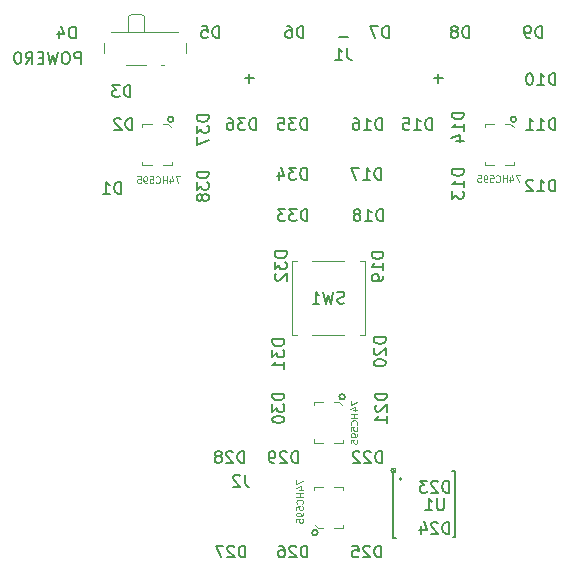
<source format=gbr>
G04 #@! TF.GenerationSoftware,KiCad,Pcbnew,(5.0.0)*
G04 #@! TF.CreationDate,2019-08-28T15:04:53-04:00*
G04 #@! TF.ProjectId,Tiny-er T,54696E792D657220542E6B696361645F,rev?*
G04 #@! TF.SameCoordinates,Original*
G04 #@! TF.FileFunction,Legend,Bot*
G04 #@! TF.FilePolarity,Positive*
%FSLAX46Y46*%
G04 Gerber Fmt 4.6, Leading zero omitted, Abs format (unit mm)*
G04 Created by KiCad (PCBNEW (5.0.0)) date 08/28/19 15:04:53*
%MOMM*%
%LPD*%
G01*
G04 APERTURE LIST*
%ADD10C,0.150000*%
%ADD11C,0.100000*%
%ADD12C,0.120000*%
%ADD13C,0.127000*%
%ADD14C,0.050000*%
G04 APERTURE END LIST*
D10*
G04 #@! TO.C,U1*
X120695000Y-115125000D02*
X120695000Y-120700000D01*
X115495000Y-115100000D02*
X115495000Y-120800000D01*
X120695000Y-115100000D02*
X120495000Y-115100000D01*
X120670000Y-120700000D02*
X120525000Y-120700000D01*
X115495000Y-120800000D02*
X115695000Y-120800000D01*
X115495000Y-115100000D02*
X115595000Y-115100000D01*
D11*
X116236421Y-115800000D02*
G75*
G03X116236421Y-115800000I-141421J0D01*
G01*
X115636421Y-115100000D02*
G75*
G03X115636421Y-115100000I-141421J0D01*
G01*
X115718607Y-115100000D02*
G75*
G03X115718607Y-115100000I-223607J0D01*
G01*
D12*
G04 #@! TO.C,SW1*
X107350000Y-103650000D02*
X106900000Y-103650000D01*
X106900000Y-103650000D02*
X106900000Y-97350000D01*
X106900000Y-97350000D02*
X107300000Y-97350000D01*
X108650000Y-103650000D02*
X111350000Y-103650000D01*
X111350000Y-97350000D02*
X108650000Y-97350000D01*
X113100000Y-103650000D02*
X113100000Y-97350000D01*
X113100000Y-97350000D02*
X112650000Y-97350000D01*
X112650000Y-103650000D02*
X113100000Y-103650000D01*
D11*
G04 #@! TO.C,U3*
X125400000Y-85750000D02*
X125675000Y-86025000D01*
X124975000Y-85750000D02*
X125400000Y-85750000D01*
X124050000Y-85750000D02*
X124025000Y-85750000D01*
X123250000Y-85750000D02*
X124050000Y-85750000D01*
X123250000Y-86025000D02*
X123250000Y-85750000D01*
X123250000Y-89250000D02*
X123250000Y-88950000D01*
X124025000Y-89250000D02*
X123250000Y-89250000D01*
X125750000Y-89250000D02*
X124975000Y-89250000D01*
X125750000Y-88975000D02*
X125750000Y-89250000D01*
D13*
X125885850Y-85350000D02*
G75*
G03X125885850Y-85350000I-235850J0D01*
G01*
D11*
G04 #@! TO.C,U4*
X110900000Y-109250000D02*
X111175000Y-109525000D01*
X110475000Y-109250000D02*
X110900000Y-109250000D01*
X109550000Y-109250000D02*
X109525000Y-109250000D01*
X108750000Y-109250000D02*
X109550000Y-109250000D01*
X108750000Y-109525000D02*
X108750000Y-109250000D01*
X108750000Y-112750000D02*
X108750000Y-112450000D01*
X109525000Y-112750000D02*
X108750000Y-112750000D01*
X111250000Y-112750000D02*
X110475000Y-112750000D01*
X111250000Y-112475000D02*
X111250000Y-112750000D01*
D13*
X111385850Y-108850000D02*
G75*
G03X111385850Y-108850000I-235850J0D01*
G01*
D11*
G04 #@! TO.C,U5*
X109100000Y-119950000D02*
X108825000Y-119675000D01*
X109525000Y-119950000D02*
X109100000Y-119950000D01*
X110450000Y-119950000D02*
X110475000Y-119950000D01*
X111250000Y-119950000D02*
X110450000Y-119950000D01*
X111250000Y-119675000D02*
X111250000Y-119950000D01*
X111250000Y-116450000D02*
X111250000Y-116750000D01*
X110475000Y-116450000D02*
X111250000Y-116450000D01*
X108750000Y-116450000D02*
X109525000Y-116450000D01*
X108750000Y-116725000D02*
X108750000Y-116450000D01*
D13*
X109085850Y-120350000D02*
G75*
G03X109085850Y-120350000I-235850J0D01*
G01*
D11*
G04 #@! TO.C,U6*
X96400000Y-85750000D02*
X96675000Y-86025000D01*
X95975000Y-85750000D02*
X96400000Y-85750000D01*
X95050000Y-85750000D02*
X95025000Y-85750000D01*
X94250000Y-85750000D02*
X95050000Y-85750000D01*
X94250000Y-86025000D02*
X94250000Y-85750000D01*
X94250000Y-89250000D02*
X94250000Y-88950000D01*
X95025000Y-89250000D02*
X94250000Y-89250000D01*
X96750000Y-89250000D02*
X95975000Y-89250000D01*
X96750000Y-88975000D02*
X96750000Y-89250000D01*
D13*
X96885850Y-85350000D02*
G75*
G03X96885850Y-85350000I-235850J0D01*
G01*
D12*
G04 #@! TO.C,POWER0*
X97900000Y-78930000D02*
X97900000Y-79720000D01*
X91000000Y-79720000D02*
X91000000Y-78930000D01*
X92850000Y-80770000D02*
X94550000Y-80770000D01*
X91600000Y-77920000D02*
X97300000Y-77920000D01*
X94350000Y-76630000D02*
X94350000Y-77920000D01*
X93250000Y-76420000D02*
X94150000Y-76420000D01*
X93050000Y-77920000D02*
X93050000Y-76630000D01*
X94350000Y-76630000D02*
X94150000Y-76420000D01*
X93050000Y-76630000D02*
X93250000Y-76420000D01*
X95850000Y-80770000D02*
X96050000Y-80770000D01*
G04 #@! TO.C,D1*
D10*
X92438095Y-91652380D02*
X92438095Y-90652380D01*
X92200000Y-90652380D01*
X92057142Y-90700000D01*
X91961904Y-90795238D01*
X91914285Y-90890476D01*
X91866666Y-91080952D01*
X91866666Y-91223809D01*
X91914285Y-91414285D01*
X91961904Y-91509523D01*
X92057142Y-91604761D01*
X92200000Y-91652380D01*
X92438095Y-91652380D01*
X90914285Y-91652380D02*
X91485714Y-91652380D01*
X91200000Y-91652380D02*
X91200000Y-90652380D01*
X91295238Y-90795238D01*
X91390476Y-90890476D01*
X91485714Y-90938095D01*
G04 #@! TO.C,D2*
X93388095Y-86252380D02*
X93388095Y-85252380D01*
X93150000Y-85252380D01*
X93007142Y-85300000D01*
X92911904Y-85395238D01*
X92864285Y-85490476D01*
X92816666Y-85680952D01*
X92816666Y-85823809D01*
X92864285Y-86014285D01*
X92911904Y-86109523D01*
X93007142Y-86204761D01*
X93150000Y-86252380D01*
X93388095Y-86252380D01*
X92435714Y-85347619D02*
X92388095Y-85300000D01*
X92292857Y-85252380D01*
X92054761Y-85252380D01*
X91959523Y-85300000D01*
X91911904Y-85347619D01*
X91864285Y-85442857D01*
X91864285Y-85538095D01*
X91911904Y-85680952D01*
X92483333Y-86252380D01*
X91864285Y-86252380D01*
G04 #@! TO.C,D3*
X93238095Y-83452380D02*
X93238095Y-82452380D01*
X93000000Y-82452380D01*
X92857142Y-82500000D01*
X92761904Y-82595238D01*
X92714285Y-82690476D01*
X92666666Y-82880952D01*
X92666666Y-83023809D01*
X92714285Y-83214285D01*
X92761904Y-83309523D01*
X92857142Y-83404761D01*
X93000000Y-83452380D01*
X93238095Y-83452380D01*
X92333333Y-82452380D02*
X91714285Y-82452380D01*
X92047619Y-82833333D01*
X91904761Y-82833333D01*
X91809523Y-82880952D01*
X91761904Y-82928571D01*
X91714285Y-83023809D01*
X91714285Y-83261904D01*
X91761904Y-83357142D01*
X91809523Y-83404761D01*
X91904761Y-83452380D01*
X92190476Y-83452380D01*
X92285714Y-83404761D01*
X92333333Y-83357142D01*
G04 #@! TO.C,D4*
X88588095Y-78502380D02*
X88588095Y-77502380D01*
X88350000Y-77502380D01*
X88207142Y-77550000D01*
X88111904Y-77645238D01*
X88064285Y-77740476D01*
X88016666Y-77930952D01*
X88016666Y-78073809D01*
X88064285Y-78264285D01*
X88111904Y-78359523D01*
X88207142Y-78454761D01*
X88350000Y-78502380D01*
X88588095Y-78502380D01*
X87159523Y-77835714D02*
X87159523Y-78502380D01*
X87397619Y-77454761D02*
X87635714Y-78169047D01*
X87016666Y-78169047D01*
G04 #@! TO.C,D5*
X100738095Y-78452380D02*
X100738095Y-77452380D01*
X100500000Y-77452380D01*
X100357142Y-77500000D01*
X100261904Y-77595238D01*
X100214285Y-77690476D01*
X100166666Y-77880952D01*
X100166666Y-78023809D01*
X100214285Y-78214285D01*
X100261904Y-78309523D01*
X100357142Y-78404761D01*
X100500000Y-78452380D01*
X100738095Y-78452380D01*
X99261904Y-77452380D02*
X99738095Y-77452380D01*
X99785714Y-77928571D01*
X99738095Y-77880952D01*
X99642857Y-77833333D01*
X99404761Y-77833333D01*
X99309523Y-77880952D01*
X99261904Y-77928571D01*
X99214285Y-78023809D01*
X99214285Y-78261904D01*
X99261904Y-78357142D01*
X99309523Y-78404761D01*
X99404761Y-78452380D01*
X99642857Y-78452380D01*
X99738095Y-78404761D01*
X99785714Y-78357142D01*
G04 #@! TO.C,D6*
X107888095Y-78452380D02*
X107888095Y-77452380D01*
X107650000Y-77452380D01*
X107507142Y-77500000D01*
X107411904Y-77595238D01*
X107364285Y-77690476D01*
X107316666Y-77880952D01*
X107316666Y-78023809D01*
X107364285Y-78214285D01*
X107411904Y-78309523D01*
X107507142Y-78404761D01*
X107650000Y-78452380D01*
X107888095Y-78452380D01*
X106459523Y-77452380D02*
X106650000Y-77452380D01*
X106745238Y-77500000D01*
X106792857Y-77547619D01*
X106888095Y-77690476D01*
X106935714Y-77880952D01*
X106935714Y-78261904D01*
X106888095Y-78357142D01*
X106840476Y-78404761D01*
X106745238Y-78452380D01*
X106554761Y-78452380D01*
X106459523Y-78404761D01*
X106411904Y-78357142D01*
X106364285Y-78261904D01*
X106364285Y-78023809D01*
X106411904Y-77928571D01*
X106459523Y-77880952D01*
X106554761Y-77833333D01*
X106745238Y-77833333D01*
X106840476Y-77880952D01*
X106888095Y-77928571D01*
X106935714Y-78023809D01*
G04 #@! TO.C,D7*
X115088095Y-78452380D02*
X115088095Y-77452380D01*
X114850000Y-77452380D01*
X114707142Y-77500000D01*
X114611904Y-77595238D01*
X114564285Y-77690476D01*
X114516666Y-77880952D01*
X114516666Y-78023809D01*
X114564285Y-78214285D01*
X114611904Y-78309523D01*
X114707142Y-78404761D01*
X114850000Y-78452380D01*
X115088095Y-78452380D01*
X114183333Y-77452380D02*
X113516666Y-77452380D01*
X113945238Y-78452380D01*
G04 #@! TO.C,D8*
X121888095Y-78452380D02*
X121888095Y-77452380D01*
X121650000Y-77452380D01*
X121507142Y-77500000D01*
X121411904Y-77595238D01*
X121364285Y-77690476D01*
X121316666Y-77880952D01*
X121316666Y-78023809D01*
X121364285Y-78214285D01*
X121411904Y-78309523D01*
X121507142Y-78404761D01*
X121650000Y-78452380D01*
X121888095Y-78452380D01*
X120745238Y-77880952D02*
X120840476Y-77833333D01*
X120888095Y-77785714D01*
X120935714Y-77690476D01*
X120935714Y-77642857D01*
X120888095Y-77547619D01*
X120840476Y-77500000D01*
X120745238Y-77452380D01*
X120554761Y-77452380D01*
X120459523Y-77500000D01*
X120411904Y-77547619D01*
X120364285Y-77642857D01*
X120364285Y-77690476D01*
X120411904Y-77785714D01*
X120459523Y-77833333D01*
X120554761Y-77880952D01*
X120745238Y-77880952D01*
X120840476Y-77928571D01*
X120888095Y-77976190D01*
X120935714Y-78071428D01*
X120935714Y-78261904D01*
X120888095Y-78357142D01*
X120840476Y-78404761D01*
X120745238Y-78452380D01*
X120554761Y-78452380D01*
X120459523Y-78404761D01*
X120411904Y-78357142D01*
X120364285Y-78261904D01*
X120364285Y-78071428D01*
X120411904Y-77976190D01*
X120459523Y-77928571D01*
X120554761Y-77880952D01*
G04 #@! TO.C,D9*
X128088095Y-78452380D02*
X128088095Y-77452380D01*
X127850000Y-77452380D01*
X127707142Y-77500000D01*
X127611904Y-77595238D01*
X127564285Y-77690476D01*
X127516666Y-77880952D01*
X127516666Y-78023809D01*
X127564285Y-78214285D01*
X127611904Y-78309523D01*
X127707142Y-78404761D01*
X127850000Y-78452380D01*
X128088095Y-78452380D01*
X127040476Y-78452380D02*
X126850000Y-78452380D01*
X126754761Y-78404761D01*
X126707142Y-78357142D01*
X126611904Y-78214285D01*
X126564285Y-78023809D01*
X126564285Y-77642857D01*
X126611904Y-77547619D01*
X126659523Y-77500000D01*
X126754761Y-77452380D01*
X126945238Y-77452380D01*
X127040476Y-77500000D01*
X127088095Y-77547619D01*
X127135714Y-77642857D01*
X127135714Y-77880952D01*
X127088095Y-77976190D01*
X127040476Y-78023809D01*
X126945238Y-78071428D01*
X126754761Y-78071428D01*
X126659523Y-78023809D01*
X126611904Y-77976190D01*
X126564285Y-77880952D01*
G04 #@! TO.C,D10*
X129214285Y-82452380D02*
X129214285Y-81452380D01*
X128976190Y-81452380D01*
X128833333Y-81500000D01*
X128738095Y-81595238D01*
X128690476Y-81690476D01*
X128642857Y-81880952D01*
X128642857Y-82023809D01*
X128690476Y-82214285D01*
X128738095Y-82309523D01*
X128833333Y-82404761D01*
X128976190Y-82452380D01*
X129214285Y-82452380D01*
X127690476Y-82452380D02*
X128261904Y-82452380D01*
X127976190Y-82452380D02*
X127976190Y-81452380D01*
X128071428Y-81595238D01*
X128166666Y-81690476D01*
X128261904Y-81738095D01*
X127071428Y-81452380D02*
X126976190Y-81452380D01*
X126880952Y-81500000D01*
X126833333Y-81547619D01*
X126785714Y-81642857D01*
X126738095Y-81833333D01*
X126738095Y-82071428D01*
X126785714Y-82261904D01*
X126833333Y-82357142D01*
X126880952Y-82404761D01*
X126976190Y-82452380D01*
X127071428Y-82452380D01*
X127166666Y-82404761D01*
X127214285Y-82357142D01*
X127261904Y-82261904D01*
X127309523Y-82071428D01*
X127309523Y-81833333D01*
X127261904Y-81642857D01*
X127214285Y-81547619D01*
X127166666Y-81500000D01*
X127071428Y-81452380D01*
G04 #@! TO.C,D11*
X129214285Y-86252380D02*
X129214285Y-85252380D01*
X128976190Y-85252380D01*
X128833333Y-85300000D01*
X128738095Y-85395238D01*
X128690476Y-85490476D01*
X128642857Y-85680952D01*
X128642857Y-85823809D01*
X128690476Y-86014285D01*
X128738095Y-86109523D01*
X128833333Y-86204761D01*
X128976190Y-86252380D01*
X129214285Y-86252380D01*
X127690476Y-86252380D02*
X128261904Y-86252380D01*
X127976190Y-86252380D02*
X127976190Y-85252380D01*
X128071428Y-85395238D01*
X128166666Y-85490476D01*
X128261904Y-85538095D01*
X126738095Y-86252380D02*
X127309523Y-86252380D01*
X127023809Y-86252380D02*
X127023809Y-85252380D01*
X127119047Y-85395238D01*
X127214285Y-85490476D01*
X127309523Y-85538095D01*
G04 #@! TO.C,D12*
X129214285Y-91452380D02*
X129214285Y-90452380D01*
X128976190Y-90452380D01*
X128833333Y-90500000D01*
X128738095Y-90595238D01*
X128690476Y-90690476D01*
X128642857Y-90880952D01*
X128642857Y-91023809D01*
X128690476Y-91214285D01*
X128738095Y-91309523D01*
X128833333Y-91404761D01*
X128976190Y-91452380D01*
X129214285Y-91452380D01*
X127690476Y-91452380D02*
X128261904Y-91452380D01*
X127976190Y-91452380D02*
X127976190Y-90452380D01*
X128071428Y-90595238D01*
X128166666Y-90690476D01*
X128261904Y-90738095D01*
X127309523Y-90547619D02*
X127261904Y-90500000D01*
X127166666Y-90452380D01*
X126928571Y-90452380D01*
X126833333Y-90500000D01*
X126785714Y-90547619D01*
X126738095Y-90642857D01*
X126738095Y-90738095D01*
X126785714Y-90880952D01*
X127357142Y-91452380D01*
X126738095Y-91452380D01*
G04 #@! TO.C,D13*
X121452380Y-89585714D02*
X120452380Y-89585714D01*
X120452380Y-89823809D01*
X120500000Y-89966666D01*
X120595238Y-90061904D01*
X120690476Y-90109523D01*
X120880952Y-90157142D01*
X121023809Y-90157142D01*
X121214285Y-90109523D01*
X121309523Y-90061904D01*
X121404761Y-89966666D01*
X121452380Y-89823809D01*
X121452380Y-89585714D01*
X121452380Y-91109523D02*
X121452380Y-90538095D01*
X121452380Y-90823809D02*
X120452380Y-90823809D01*
X120595238Y-90728571D01*
X120690476Y-90633333D01*
X120738095Y-90538095D01*
X120452380Y-91442857D02*
X120452380Y-92061904D01*
X120833333Y-91728571D01*
X120833333Y-91871428D01*
X120880952Y-91966666D01*
X120928571Y-92014285D01*
X121023809Y-92061904D01*
X121261904Y-92061904D01*
X121357142Y-92014285D01*
X121404761Y-91966666D01*
X121452380Y-91871428D01*
X121452380Y-91585714D01*
X121404761Y-91490476D01*
X121357142Y-91442857D01*
G04 #@! TO.C,D14*
X121452380Y-84785714D02*
X120452380Y-84785714D01*
X120452380Y-85023809D01*
X120500000Y-85166666D01*
X120595238Y-85261904D01*
X120690476Y-85309523D01*
X120880952Y-85357142D01*
X121023809Y-85357142D01*
X121214285Y-85309523D01*
X121309523Y-85261904D01*
X121404761Y-85166666D01*
X121452380Y-85023809D01*
X121452380Y-84785714D01*
X121452380Y-86309523D02*
X121452380Y-85738095D01*
X121452380Y-86023809D02*
X120452380Y-86023809D01*
X120595238Y-85928571D01*
X120690476Y-85833333D01*
X120738095Y-85738095D01*
X120785714Y-87166666D02*
X121452380Y-87166666D01*
X120404761Y-86928571D02*
X121119047Y-86690476D01*
X121119047Y-87309523D01*
G04 #@! TO.C,D15*
X118764285Y-86252380D02*
X118764285Y-85252380D01*
X118526190Y-85252380D01*
X118383333Y-85300000D01*
X118288095Y-85395238D01*
X118240476Y-85490476D01*
X118192857Y-85680952D01*
X118192857Y-85823809D01*
X118240476Y-86014285D01*
X118288095Y-86109523D01*
X118383333Y-86204761D01*
X118526190Y-86252380D01*
X118764285Y-86252380D01*
X117240476Y-86252380D02*
X117811904Y-86252380D01*
X117526190Y-86252380D02*
X117526190Y-85252380D01*
X117621428Y-85395238D01*
X117716666Y-85490476D01*
X117811904Y-85538095D01*
X116335714Y-85252380D02*
X116811904Y-85252380D01*
X116859523Y-85728571D01*
X116811904Y-85680952D01*
X116716666Y-85633333D01*
X116478571Y-85633333D01*
X116383333Y-85680952D01*
X116335714Y-85728571D01*
X116288095Y-85823809D01*
X116288095Y-86061904D01*
X116335714Y-86157142D01*
X116383333Y-86204761D01*
X116478571Y-86252380D01*
X116716666Y-86252380D01*
X116811904Y-86204761D01*
X116859523Y-86157142D01*
G04 #@! TO.C,D16*
X114514285Y-86252380D02*
X114514285Y-85252380D01*
X114276190Y-85252380D01*
X114133333Y-85300000D01*
X114038095Y-85395238D01*
X113990476Y-85490476D01*
X113942857Y-85680952D01*
X113942857Y-85823809D01*
X113990476Y-86014285D01*
X114038095Y-86109523D01*
X114133333Y-86204761D01*
X114276190Y-86252380D01*
X114514285Y-86252380D01*
X112990476Y-86252380D02*
X113561904Y-86252380D01*
X113276190Y-86252380D02*
X113276190Y-85252380D01*
X113371428Y-85395238D01*
X113466666Y-85490476D01*
X113561904Y-85538095D01*
X112133333Y-85252380D02*
X112323809Y-85252380D01*
X112419047Y-85300000D01*
X112466666Y-85347619D01*
X112561904Y-85490476D01*
X112609523Y-85680952D01*
X112609523Y-86061904D01*
X112561904Y-86157142D01*
X112514285Y-86204761D01*
X112419047Y-86252380D01*
X112228571Y-86252380D01*
X112133333Y-86204761D01*
X112085714Y-86157142D01*
X112038095Y-86061904D01*
X112038095Y-85823809D01*
X112085714Y-85728571D01*
X112133333Y-85680952D01*
X112228571Y-85633333D01*
X112419047Y-85633333D01*
X112514285Y-85680952D01*
X112561904Y-85728571D01*
X112609523Y-85823809D01*
G04 #@! TO.C,D17*
X114464285Y-90452380D02*
X114464285Y-89452380D01*
X114226190Y-89452380D01*
X114083333Y-89500000D01*
X113988095Y-89595238D01*
X113940476Y-89690476D01*
X113892857Y-89880952D01*
X113892857Y-90023809D01*
X113940476Y-90214285D01*
X113988095Y-90309523D01*
X114083333Y-90404761D01*
X114226190Y-90452380D01*
X114464285Y-90452380D01*
X112940476Y-90452380D02*
X113511904Y-90452380D01*
X113226190Y-90452380D02*
X113226190Y-89452380D01*
X113321428Y-89595238D01*
X113416666Y-89690476D01*
X113511904Y-89738095D01*
X112607142Y-89452380D02*
X111940476Y-89452380D01*
X112369047Y-90452380D01*
G04 #@! TO.C,D18*
X114614285Y-93952380D02*
X114614285Y-92952380D01*
X114376190Y-92952380D01*
X114233333Y-93000000D01*
X114138095Y-93095238D01*
X114090476Y-93190476D01*
X114042857Y-93380952D01*
X114042857Y-93523809D01*
X114090476Y-93714285D01*
X114138095Y-93809523D01*
X114233333Y-93904761D01*
X114376190Y-93952380D01*
X114614285Y-93952380D01*
X113090476Y-93952380D02*
X113661904Y-93952380D01*
X113376190Y-93952380D02*
X113376190Y-92952380D01*
X113471428Y-93095238D01*
X113566666Y-93190476D01*
X113661904Y-93238095D01*
X112519047Y-93380952D02*
X112614285Y-93333333D01*
X112661904Y-93285714D01*
X112709523Y-93190476D01*
X112709523Y-93142857D01*
X112661904Y-93047619D01*
X112614285Y-93000000D01*
X112519047Y-92952380D01*
X112328571Y-92952380D01*
X112233333Y-93000000D01*
X112185714Y-93047619D01*
X112138095Y-93142857D01*
X112138095Y-93190476D01*
X112185714Y-93285714D01*
X112233333Y-93333333D01*
X112328571Y-93380952D01*
X112519047Y-93380952D01*
X112614285Y-93428571D01*
X112661904Y-93476190D01*
X112709523Y-93571428D01*
X112709523Y-93761904D01*
X112661904Y-93857142D01*
X112614285Y-93904761D01*
X112519047Y-93952380D01*
X112328571Y-93952380D01*
X112233333Y-93904761D01*
X112185714Y-93857142D01*
X112138095Y-93761904D01*
X112138095Y-93571428D01*
X112185714Y-93476190D01*
X112233333Y-93428571D01*
X112328571Y-93380952D01*
G04 #@! TO.C,D19*
X114652380Y-96585714D02*
X113652380Y-96585714D01*
X113652380Y-96823809D01*
X113700000Y-96966666D01*
X113795238Y-97061904D01*
X113890476Y-97109523D01*
X114080952Y-97157142D01*
X114223809Y-97157142D01*
X114414285Y-97109523D01*
X114509523Y-97061904D01*
X114604761Y-96966666D01*
X114652380Y-96823809D01*
X114652380Y-96585714D01*
X114652380Y-98109523D02*
X114652380Y-97538095D01*
X114652380Y-97823809D02*
X113652380Y-97823809D01*
X113795238Y-97728571D01*
X113890476Y-97633333D01*
X113938095Y-97538095D01*
X114652380Y-98585714D02*
X114652380Y-98776190D01*
X114604761Y-98871428D01*
X114557142Y-98919047D01*
X114414285Y-99014285D01*
X114223809Y-99061904D01*
X113842857Y-99061904D01*
X113747619Y-99014285D01*
X113700000Y-98966666D01*
X113652380Y-98871428D01*
X113652380Y-98680952D01*
X113700000Y-98585714D01*
X113747619Y-98538095D01*
X113842857Y-98490476D01*
X114080952Y-98490476D01*
X114176190Y-98538095D01*
X114223809Y-98585714D01*
X114271428Y-98680952D01*
X114271428Y-98871428D01*
X114223809Y-98966666D01*
X114176190Y-99014285D01*
X114080952Y-99061904D01*
G04 #@! TO.C,D20*
X114852380Y-103785714D02*
X113852380Y-103785714D01*
X113852380Y-104023809D01*
X113900000Y-104166666D01*
X113995238Y-104261904D01*
X114090476Y-104309523D01*
X114280952Y-104357142D01*
X114423809Y-104357142D01*
X114614285Y-104309523D01*
X114709523Y-104261904D01*
X114804761Y-104166666D01*
X114852380Y-104023809D01*
X114852380Y-103785714D01*
X113947619Y-104738095D02*
X113900000Y-104785714D01*
X113852380Y-104880952D01*
X113852380Y-105119047D01*
X113900000Y-105214285D01*
X113947619Y-105261904D01*
X114042857Y-105309523D01*
X114138095Y-105309523D01*
X114280952Y-105261904D01*
X114852380Y-104690476D01*
X114852380Y-105309523D01*
X113852380Y-105928571D02*
X113852380Y-106023809D01*
X113900000Y-106119047D01*
X113947619Y-106166666D01*
X114042857Y-106214285D01*
X114233333Y-106261904D01*
X114471428Y-106261904D01*
X114661904Y-106214285D01*
X114757142Y-106166666D01*
X114804761Y-106119047D01*
X114852380Y-106023809D01*
X114852380Y-105928571D01*
X114804761Y-105833333D01*
X114757142Y-105785714D01*
X114661904Y-105738095D01*
X114471428Y-105690476D01*
X114233333Y-105690476D01*
X114042857Y-105738095D01*
X113947619Y-105785714D01*
X113900000Y-105833333D01*
X113852380Y-105928571D01*
G04 #@! TO.C,D21*
X114952380Y-108585714D02*
X113952380Y-108585714D01*
X113952380Y-108823809D01*
X114000000Y-108966666D01*
X114095238Y-109061904D01*
X114190476Y-109109523D01*
X114380952Y-109157142D01*
X114523809Y-109157142D01*
X114714285Y-109109523D01*
X114809523Y-109061904D01*
X114904761Y-108966666D01*
X114952380Y-108823809D01*
X114952380Y-108585714D01*
X114047619Y-109538095D02*
X114000000Y-109585714D01*
X113952380Y-109680952D01*
X113952380Y-109919047D01*
X114000000Y-110014285D01*
X114047619Y-110061904D01*
X114142857Y-110109523D01*
X114238095Y-110109523D01*
X114380952Y-110061904D01*
X114952380Y-109490476D01*
X114952380Y-110109523D01*
X114952380Y-111061904D02*
X114952380Y-110490476D01*
X114952380Y-110776190D02*
X113952380Y-110776190D01*
X114095238Y-110680952D01*
X114190476Y-110585714D01*
X114238095Y-110490476D01*
G04 #@! TO.C,D22*
X114514285Y-114452380D02*
X114514285Y-113452380D01*
X114276190Y-113452380D01*
X114133333Y-113500000D01*
X114038095Y-113595238D01*
X113990476Y-113690476D01*
X113942857Y-113880952D01*
X113942857Y-114023809D01*
X113990476Y-114214285D01*
X114038095Y-114309523D01*
X114133333Y-114404761D01*
X114276190Y-114452380D01*
X114514285Y-114452380D01*
X113561904Y-113547619D02*
X113514285Y-113500000D01*
X113419047Y-113452380D01*
X113180952Y-113452380D01*
X113085714Y-113500000D01*
X113038095Y-113547619D01*
X112990476Y-113642857D01*
X112990476Y-113738095D01*
X113038095Y-113880952D01*
X113609523Y-114452380D01*
X112990476Y-114452380D01*
X112609523Y-113547619D02*
X112561904Y-113500000D01*
X112466666Y-113452380D01*
X112228571Y-113452380D01*
X112133333Y-113500000D01*
X112085714Y-113547619D01*
X112038095Y-113642857D01*
X112038095Y-113738095D01*
X112085714Y-113880952D01*
X112657142Y-114452380D01*
X112038095Y-114452380D01*
G04 #@! TO.C,D23*
X120214285Y-116952380D02*
X120214285Y-115952380D01*
X119976190Y-115952380D01*
X119833333Y-116000000D01*
X119738095Y-116095238D01*
X119690476Y-116190476D01*
X119642857Y-116380952D01*
X119642857Y-116523809D01*
X119690476Y-116714285D01*
X119738095Y-116809523D01*
X119833333Y-116904761D01*
X119976190Y-116952380D01*
X120214285Y-116952380D01*
X119261904Y-116047619D02*
X119214285Y-116000000D01*
X119119047Y-115952380D01*
X118880952Y-115952380D01*
X118785714Y-116000000D01*
X118738095Y-116047619D01*
X118690476Y-116142857D01*
X118690476Y-116238095D01*
X118738095Y-116380952D01*
X119309523Y-116952380D01*
X118690476Y-116952380D01*
X118357142Y-115952380D02*
X117738095Y-115952380D01*
X118071428Y-116333333D01*
X117928571Y-116333333D01*
X117833333Y-116380952D01*
X117785714Y-116428571D01*
X117738095Y-116523809D01*
X117738095Y-116761904D01*
X117785714Y-116857142D01*
X117833333Y-116904761D01*
X117928571Y-116952380D01*
X118214285Y-116952380D01*
X118309523Y-116904761D01*
X118357142Y-116857142D01*
G04 #@! TO.C,D24*
X120214285Y-120452380D02*
X120214285Y-119452380D01*
X119976190Y-119452380D01*
X119833333Y-119500000D01*
X119738095Y-119595238D01*
X119690476Y-119690476D01*
X119642857Y-119880952D01*
X119642857Y-120023809D01*
X119690476Y-120214285D01*
X119738095Y-120309523D01*
X119833333Y-120404761D01*
X119976190Y-120452380D01*
X120214285Y-120452380D01*
X119261904Y-119547619D02*
X119214285Y-119500000D01*
X119119047Y-119452380D01*
X118880952Y-119452380D01*
X118785714Y-119500000D01*
X118738095Y-119547619D01*
X118690476Y-119642857D01*
X118690476Y-119738095D01*
X118738095Y-119880952D01*
X119309523Y-120452380D01*
X118690476Y-120452380D01*
X117833333Y-119785714D02*
X117833333Y-120452380D01*
X118071428Y-119404761D02*
X118309523Y-120119047D01*
X117690476Y-120119047D01*
G04 #@! TO.C,U1*
X119761904Y-117452380D02*
X119761904Y-118261904D01*
X119714285Y-118357142D01*
X119666666Y-118404761D01*
X119571428Y-118452380D01*
X119380952Y-118452380D01*
X119285714Y-118404761D01*
X119238095Y-118357142D01*
X119190476Y-118261904D01*
X119190476Y-117452380D01*
X118190476Y-118452380D02*
X118761904Y-118452380D01*
X118476190Y-118452380D02*
X118476190Y-117452380D01*
X118571428Y-117595238D01*
X118666666Y-117690476D01*
X118761904Y-117738095D01*
G04 #@! TO.C,SW1*
X111333333Y-100904761D02*
X111190476Y-100952380D01*
X110952380Y-100952380D01*
X110857142Y-100904761D01*
X110809523Y-100857142D01*
X110761904Y-100761904D01*
X110761904Y-100666666D01*
X110809523Y-100571428D01*
X110857142Y-100523809D01*
X110952380Y-100476190D01*
X111142857Y-100428571D01*
X111238095Y-100380952D01*
X111285714Y-100333333D01*
X111333333Y-100238095D01*
X111333333Y-100142857D01*
X111285714Y-100047619D01*
X111238095Y-100000000D01*
X111142857Y-99952380D01*
X110904761Y-99952380D01*
X110761904Y-100000000D01*
X110428571Y-99952380D02*
X110190476Y-100952380D01*
X110000000Y-100238095D01*
X109809523Y-100952380D01*
X109571428Y-99952380D01*
X108666666Y-100952380D02*
X109238095Y-100952380D01*
X108952380Y-100952380D02*
X108952380Y-99952380D01*
X109047619Y-100095238D01*
X109142857Y-100190476D01*
X109238095Y-100238095D01*
G04 #@! TO.C,D25*
X114464285Y-122452380D02*
X114464285Y-121452380D01*
X114226190Y-121452380D01*
X114083333Y-121500000D01*
X113988095Y-121595238D01*
X113940476Y-121690476D01*
X113892857Y-121880952D01*
X113892857Y-122023809D01*
X113940476Y-122214285D01*
X113988095Y-122309523D01*
X114083333Y-122404761D01*
X114226190Y-122452380D01*
X114464285Y-122452380D01*
X113511904Y-121547619D02*
X113464285Y-121500000D01*
X113369047Y-121452380D01*
X113130952Y-121452380D01*
X113035714Y-121500000D01*
X112988095Y-121547619D01*
X112940476Y-121642857D01*
X112940476Y-121738095D01*
X112988095Y-121880952D01*
X113559523Y-122452380D01*
X112940476Y-122452380D01*
X112035714Y-121452380D02*
X112511904Y-121452380D01*
X112559523Y-121928571D01*
X112511904Y-121880952D01*
X112416666Y-121833333D01*
X112178571Y-121833333D01*
X112083333Y-121880952D01*
X112035714Y-121928571D01*
X111988095Y-122023809D01*
X111988095Y-122261904D01*
X112035714Y-122357142D01*
X112083333Y-122404761D01*
X112178571Y-122452380D01*
X112416666Y-122452380D01*
X112511904Y-122404761D01*
X112559523Y-122357142D01*
G04 #@! TO.C,D26*
X108214285Y-122452380D02*
X108214285Y-121452380D01*
X107976190Y-121452380D01*
X107833333Y-121500000D01*
X107738095Y-121595238D01*
X107690476Y-121690476D01*
X107642857Y-121880952D01*
X107642857Y-122023809D01*
X107690476Y-122214285D01*
X107738095Y-122309523D01*
X107833333Y-122404761D01*
X107976190Y-122452380D01*
X108214285Y-122452380D01*
X107261904Y-121547619D02*
X107214285Y-121500000D01*
X107119047Y-121452380D01*
X106880952Y-121452380D01*
X106785714Y-121500000D01*
X106738095Y-121547619D01*
X106690476Y-121642857D01*
X106690476Y-121738095D01*
X106738095Y-121880952D01*
X107309523Y-122452380D01*
X106690476Y-122452380D01*
X105833333Y-121452380D02*
X106023809Y-121452380D01*
X106119047Y-121500000D01*
X106166666Y-121547619D01*
X106261904Y-121690476D01*
X106309523Y-121880952D01*
X106309523Y-122261904D01*
X106261904Y-122357142D01*
X106214285Y-122404761D01*
X106119047Y-122452380D01*
X105928571Y-122452380D01*
X105833333Y-122404761D01*
X105785714Y-122357142D01*
X105738095Y-122261904D01*
X105738095Y-122023809D01*
X105785714Y-121928571D01*
X105833333Y-121880952D01*
X105928571Y-121833333D01*
X106119047Y-121833333D01*
X106214285Y-121880952D01*
X106261904Y-121928571D01*
X106309523Y-122023809D01*
G04 #@! TO.C,D27*
X102964285Y-122452380D02*
X102964285Y-121452380D01*
X102726190Y-121452380D01*
X102583333Y-121500000D01*
X102488095Y-121595238D01*
X102440476Y-121690476D01*
X102392857Y-121880952D01*
X102392857Y-122023809D01*
X102440476Y-122214285D01*
X102488095Y-122309523D01*
X102583333Y-122404761D01*
X102726190Y-122452380D01*
X102964285Y-122452380D01*
X102011904Y-121547619D02*
X101964285Y-121500000D01*
X101869047Y-121452380D01*
X101630952Y-121452380D01*
X101535714Y-121500000D01*
X101488095Y-121547619D01*
X101440476Y-121642857D01*
X101440476Y-121738095D01*
X101488095Y-121880952D01*
X102059523Y-122452380D01*
X101440476Y-122452380D01*
X101107142Y-121452380D02*
X100440476Y-121452380D01*
X100869047Y-122452380D01*
G04 #@! TO.C,D28*
X102864285Y-114452380D02*
X102864285Y-113452380D01*
X102626190Y-113452380D01*
X102483333Y-113500000D01*
X102388095Y-113595238D01*
X102340476Y-113690476D01*
X102292857Y-113880952D01*
X102292857Y-114023809D01*
X102340476Y-114214285D01*
X102388095Y-114309523D01*
X102483333Y-114404761D01*
X102626190Y-114452380D01*
X102864285Y-114452380D01*
X101911904Y-113547619D02*
X101864285Y-113500000D01*
X101769047Y-113452380D01*
X101530952Y-113452380D01*
X101435714Y-113500000D01*
X101388095Y-113547619D01*
X101340476Y-113642857D01*
X101340476Y-113738095D01*
X101388095Y-113880952D01*
X101959523Y-114452380D01*
X101340476Y-114452380D01*
X100769047Y-113880952D02*
X100864285Y-113833333D01*
X100911904Y-113785714D01*
X100959523Y-113690476D01*
X100959523Y-113642857D01*
X100911904Y-113547619D01*
X100864285Y-113500000D01*
X100769047Y-113452380D01*
X100578571Y-113452380D01*
X100483333Y-113500000D01*
X100435714Y-113547619D01*
X100388095Y-113642857D01*
X100388095Y-113690476D01*
X100435714Y-113785714D01*
X100483333Y-113833333D01*
X100578571Y-113880952D01*
X100769047Y-113880952D01*
X100864285Y-113928571D01*
X100911904Y-113976190D01*
X100959523Y-114071428D01*
X100959523Y-114261904D01*
X100911904Y-114357142D01*
X100864285Y-114404761D01*
X100769047Y-114452380D01*
X100578571Y-114452380D01*
X100483333Y-114404761D01*
X100435714Y-114357142D01*
X100388095Y-114261904D01*
X100388095Y-114071428D01*
X100435714Y-113976190D01*
X100483333Y-113928571D01*
X100578571Y-113880952D01*
G04 #@! TO.C,D29*
X107414285Y-114452380D02*
X107414285Y-113452380D01*
X107176190Y-113452380D01*
X107033333Y-113500000D01*
X106938095Y-113595238D01*
X106890476Y-113690476D01*
X106842857Y-113880952D01*
X106842857Y-114023809D01*
X106890476Y-114214285D01*
X106938095Y-114309523D01*
X107033333Y-114404761D01*
X107176190Y-114452380D01*
X107414285Y-114452380D01*
X106461904Y-113547619D02*
X106414285Y-113500000D01*
X106319047Y-113452380D01*
X106080952Y-113452380D01*
X105985714Y-113500000D01*
X105938095Y-113547619D01*
X105890476Y-113642857D01*
X105890476Y-113738095D01*
X105938095Y-113880952D01*
X106509523Y-114452380D01*
X105890476Y-114452380D01*
X105414285Y-114452380D02*
X105223809Y-114452380D01*
X105128571Y-114404761D01*
X105080952Y-114357142D01*
X104985714Y-114214285D01*
X104938095Y-114023809D01*
X104938095Y-113642857D01*
X104985714Y-113547619D01*
X105033333Y-113500000D01*
X105128571Y-113452380D01*
X105319047Y-113452380D01*
X105414285Y-113500000D01*
X105461904Y-113547619D01*
X105509523Y-113642857D01*
X105509523Y-113880952D01*
X105461904Y-113976190D01*
X105414285Y-114023809D01*
X105319047Y-114071428D01*
X105128571Y-114071428D01*
X105033333Y-114023809D01*
X104985714Y-113976190D01*
X104938095Y-113880952D01*
G04 #@! TO.C,D30*
X106252380Y-108585714D02*
X105252380Y-108585714D01*
X105252380Y-108823809D01*
X105300000Y-108966666D01*
X105395238Y-109061904D01*
X105490476Y-109109523D01*
X105680952Y-109157142D01*
X105823809Y-109157142D01*
X106014285Y-109109523D01*
X106109523Y-109061904D01*
X106204761Y-108966666D01*
X106252380Y-108823809D01*
X106252380Y-108585714D01*
X105252380Y-109490476D02*
X105252380Y-110109523D01*
X105633333Y-109776190D01*
X105633333Y-109919047D01*
X105680952Y-110014285D01*
X105728571Y-110061904D01*
X105823809Y-110109523D01*
X106061904Y-110109523D01*
X106157142Y-110061904D01*
X106204761Y-110014285D01*
X106252380Y-109919047D01*
X106252380Y-109633333D01*
X106204761Y-109538095D01*
X106157142Y-109490476D01*
X105252380Y-110728571D02*
X105252380Y-110823809D01*
X105300000Y-110919047D01*
X105347619Y-110966666D01*
X105442857Y-111014285D01*
X105633333Y-111061904D01*
X105871428Y-111061904D01*
X106061904Y-111014285D01*
X106157142Y-110966666D01*
X106204761Y-110919047D01*
X106252380Y-110823809D01*
X106252380Y-110728571D01*
X106204761Y-110633333D01*
X106157142Y-110585714D01*
X106061904Y-110538095D01*
X105871428Y-110490476D01*
X105633333Y-110490476D01*
X105442857Y-110538095D01*
X105347619Y-110585714D01*
X105300000Y-110633333D01*
X105252380Y-110728571D01*
G04 #@! TO.C,D31*
X106252380Y-103985714D02*
X105252380Y-103985714D01*
X105252380Y-104223809D01*
X105300000Y-104366666D01*
X105395238Y-104461904D01*
X105490476Y-104509523D01*
X105680952Y-104557142D01*
X105823809Y-104557142D01*
X106014285Y-104509523D01*
X106109523Y-104461904D01*
X106204761Y-104366666D01*
X106252380Y-104223809D01*
X106252380Y-103985714D01*
X105252380Y-104890476D02*
X105252380Y-105509523D01*
X105633333Y-105176190D01*
X105633333Y-105319047D01*
X105680952Y-105414285D01*
X105728571Y-105461904D01*
X105823809Y-105509523D01*
X106061904Y-105509523D01*
X106157142Y-105461904D01*
X106204761Y-105414285D01*
X106252380Y-105319047D01*
X106252380Y-105033333D01*
X106204761Y-104938095D01*
X106157142Y-104890476D01*
X106252380Y-106461904D02*
X106252380Y-105890476D01*
X106252380Y-106176190D02*
X105252380Y-106176190D01*
X105395238Y-106080952D01*
X105490476Y-105985714D01*
X105538095Y-105890476D01*
G04 #@! TO.C,D32*
X106452380Y-96535714D02*
X105452380Y-96535714D01*
X105452380Y-96773809D01*
X105500000Y-96916666D01*
X105595238Y-97011904D01*
X105690476Y-97059523D01*
X105880952Y-97107142D01*
X106023809Y-97107142D01*
X106214285Y-97059523D01*
X106309523Y-97011904D01*
X106404761Y-96916666D01*
X106452380Y-96773809D01*
X106452380Y-96535714D01*
X105452380Y-97440476D02*
X105452380Y-98059523D01*
X105833333Y-97726190D01*
X105833333Y-97869047D01*
X105880952Y-97964285D01*
X105928571Y-98011904D01*
X106023809Y-98059523D01*
X106261904Y-98059523D01*
X106357142Y-98011904D01*
X106404761Y-97964285D01*
X106452380Y-97869047D01*
X106452380Y-97583333D01*
X106404761Y-97488095D01*
X106357142Y-97440476D01*
X105547619Y-98440476D02*
X105500000Y-98488095D01*
X105452380Y-98583333D01*
X105452380Y-98821428D01*
X105500000Y-98916666D01*
X105547619Y-98964285D01*
X105642857Y-99011904D01*
X105738095Y-99011904D01*
X105880952Y-98964285D01*
X106452380Y-98392857D01*
X106452380Y-99011904D01*
G04 #@! TO.C,D33*
X108214285Y-93952380D02*
X108214285Y-92952380D01*
X107976190Y-92952380D01*
X107833333Y-93000000D01*
X107738095Y-93095238D01*
X107690476Y-93190476D01*
X107642857Y-93380952D01*
X107642857Y-93523809D01*
X107690476Y-93714285D01*
X107738095Y-93809523D01*
X107833333Y-93904761D01*
X107976190Y-93952380D01*
X108214285Y-93952380D01*
X107309523Y-92952380D02*
X106690476Y-92952380D01*
X107023809Y-93333333D01*
X106880952Y-93333333D01*
X106785714Y-93380952D01*
X106738095Y-93428571D01*
X106690476Y-93523809D01*
X106690476Y-93761904D01*
X106738095Y-93857142D01*
X106785714Y-93904761D01*
X106880952Y-93952380D01*
X107166666Y-93952380D01*
X107261904Y-93904761D01*
X107309523Y-93857142D01*
X106357142Y-92952380D02*
X105738095Y-92952380D01*
X106071428Y-93333333D01*
X105928571Y-93333333D01*
X105833333Y-93380952D01*
X105785714Y-93428571D01*
X105738095Y-93523809D01*
X105738095Y-93761904D01*
X105785714Y-93857142D01*
X105833333Y-93904761D01*
X105928571Y-93952380D01*
X106214285Y-93952380D01*
X106309523Y-93904761D01*
X106357142Y-93857142D01*
G04 #@! TO.C,D34*
X108164285Y-90452380D02*
X108164285Y-89452380D01*
X107926190Y-89452380D01*
X107783333Y-89500000D01*
X107688095Y-89595238D01*
X107640476Y-89690476D01*
X107592857Y-89880952D01*
X107592857Y-90023809D01*
X107640476Y-90214285D01*
X107688095Y-90309523D01*
X107783333Y-90404761D01*
X107926190Y-90452380D01*
X108164285Y-90452380D01*
X107259523Y-89452380D02*
X106640476Y-89452380D01*
X106973809Y-89833333D01*
X106830952Y-89833333D01*
X106735714Y-89880952D01*
X106688095Y-89928571D01*
X106640476Y-90023809D01*
X106640476Y-90261904D01*
X106688095Y-90357142D01*
X106735714Y-90404761D01*
X106830952Y-90452380D01*
X107116666Y-90452380D01*
X107211904Y-90404761D01*
X107259523Y-90357142D01*
X105783333Y-89785714D02*
X105783333Y-90452380D01*
X106021428Y-89404761D02*
X106259523Y-90119047D01*
X105640476Y-90119047D01*
G04 #@! TO.C,D35*
X108164285Y-86252380D02*
X108164285Y-85252380D01*
X107926190Y-85252380D01*
X107783333Y-85300000D01*
X107688095Y-85395238D01*
X107640476Y-85490476D01*
X107592857Y-85680952D01*
X107592857Y-85823809D01*
X107640476Y-86014285D01*
X107688095Y-86109523D01*
X107783333Y-86204761D01*
X107926190Y-86252380D01*
X108164285Y-86252380D01*
X107259523Y-85252380D02*
X106640476Y-85252380D01*
X106973809Y-85633333D01*
X106830952Y-85633333D01*
X106735714Y-85680952D01*
X106688095Y-85728571D01*
X106640476Y-85823809D01*
X106640476Y-86061904D01*
X106688095Y-86157142D01*
X106735714Y-86204761D01*
X106830952Y-86252380D01*
X107116666Y-86252380D01*
X107211904Y-86204761D01*
X107259523Y-86157142D01*
X105735714Y-85252380D02*
X106211904Y-85252380D01*
X106259523Y-85728571D01*
X106211904Y-85680952D01*
X106116666Y-85633333D01*
X105878571Y-85633333D01*
X105783333Y-85680952D01*
X105735714Y-85728571D01*
X105688095Y-85823809D01*
X105688095Y-86061904D01*
X105735714Y-86157142D01*
X105783333Y-86204761D01*
X105878571Y-86252380D01*
X106116666Y-86252380D01*
X106211904Y-86204761D01*
X106259523Y-86157142D01*
G04 #@! TO.C,D36*
X103864285Y-86252380D02*
X103864285Y-85252380D01*
X103626190Y-85252380D01*
X103483333Y-85300000D01*
X103388095Y-85395238D01*
X103340476Y-85490476D01*
X103292857Y-85680952D01*
X103292857Y-85823809D01*
X103340476Y-86014285D01*
X103388095Y-86109523D01*
X103483333Y-86204761D01*
X103626190Y-86252380D01*
X103864285Y-86252380D01*
X102959523Y-85252380D02*
X102340476Y-85252380D01*
X102673809Y-85633333D01*
X102530952Y-85633333D01*
X102435714Y-85680952D01*
X102388095Y-85728571D01*
X102340476Y-85823809D01*
X102340476Y-86061904D01*
X102388095Y-86157142D01*
X102435714Y-86204761D01*
X102530952Y-86252380D01*
X102816666Y-86252380D01*
X102911904Y-86204761D01*
X102959523Y-86157142D01*
X101483333Y-85252380D02*
X101673809Y-85252380D01*
X101769047Y-85300000D01*
X101816666Y-85347619D01*
X101911904Y-85490476D01*
X101959523Y-85680952D01*
X101959523Y-86061904D01*
X101911904Y-86157142D01*
X101864285Y-86204761D01*
X101769047Y-86252380D01*
X101578571Y-86252380D01*
X101483333Y-86204761D01*
X101435714Y-86157142D01*
X101388095Y-86061904D01*
X101388095Y-85823809D01*
X101435714Y-85728571D01*
X101483333Y-85680952D01*
X101578571Y-85633333D01*
X101769047Y-85633333D01*
X101864285Y-85680952D01*
X101911904Y-85728571D01*
X101959523Y-85823809D01*
G04 #@! TO.C,D37*
X99852380Y-84985714D02*
X98852380Y-84985714D01*
X98852380Y-85223809D01*
X98900000Y-85366666D01*
X98995238Y-85461904D01*
X99090476Y-85509523D01*
X99280952Y-85557142D01*
X99423809Y-85557142D01*
X99614285Y-85509523D01*
X99709523Y-85461904D01*
X99804761Y-85366666D01*
X99852380Y-85223809D01*
X99852380Y-84985714D01*
X98852380Y-85890476D02*
X98852380Y-86509523D01*
X99233333Y-86176190D01*
X99233333Y-86319047D01*
X99280952Y-86414285D01*
X99328571Y-86461904D01*
X99423809Y-86509523D01*
X99661904Y-86509523D01*
X99757142Y-86461904D01*
X99804761Y-86414285D01*
X99852380Y-86319047D01*
X99852380Y-86033333D01*
X99804761Y-85938095D01*
X99757142Y-85890476D01*
X98852380Y-86842857D02*
X98852380Y-87509523D01*
X99852380Y-87080952D01*
G04 #@! TO.C,D38*
X99852380Y-89785714D02*
X98852380Y-89785714D01*
X98852380Y-90023809D01*
X98900000Y-90166666D01*
X98995238Y-90261904D01*
X99090476Y-90309523D01*
X99280952Y-90357142D01*
X99423809Y-90357142D01*
X99614285Y-90309523D01*
X99709523Y-90261904D01*
X99804761Y-90166666D01*
X99852380Y-90023809D01*
X99852380Y-89785714D01*
X98852380Y-90690476D02*
X98852380Y-91309523D01*
X99233333Y-90976190D01*
X99233333Y-91119047D01*
X99280952Y-91214285D01*
X99328571Y-91261904D01*
X99423809Y-91309523D01*
X99661904Y-91309523D01*
X99757142Y-91261904D01*
X99804761Y-91214285D01*
X99852380Y-91119047D01*
X99852380Y-90833333D01*
X99804761Y-90738095D01*
X99757142Y-90690476D01*
X99280952Y-91880952D02*
X99233333Y-91785714D01*
X99185714Y-91738095D01*
X99090476Y-91690476D01*
X99042857Y-91690476D01*
X98947619Y-91738095D01*
X98900000Y-91785714D01*
X98852380Y-91880952D01*
X98852380Y-92071428D01*
X98900000Y-92166666D01*
X98947619Y-92214285D01*
X99042857Y-92261904D01*
X99090476Y-92261904D01*
X99185714Y-92214285D01*
X99233333Y-92166666D01*
X99280952Y-92071428D01*
X99280952Y-91880952D01*
X99328571Y-91785714D01*
X99376190Y-91738095D01*
X99471428Y-91690476D01*
X99661904Y-91690476D01*
X99757142Y-91738095D01*
X99804761Y-91785714D01*
X99852380Y-91880952D01*
X99852380Y-92071428D01*
X99804761Y-92166666D01*
X99757142Y-92214285D01*
X99661904Y-92261904D01*
X99471428Y-92261904D01*
X99376190Y-92214285D01*
X99328571Y-92166666D01*
X99280952Y-92071428D01*
G04 #@! TO.C,J1*
X111583333Y-79328480D02*
X111583333Y-80042766D01*
X111630952Y-80185623D01*
X111726190Y-80280861D01*
X111869047Y-80328480D01*
X111964285Y-80328480D01*
X110583333Y-80328480D02*
X111154761Y-80328480D01*
X110869047Y-80328480D02*
X110869047Y-79328480D01*
X110964285Y-79471338D01*
X111059523Y-79566576D01*
X111154761Y-79614195D01*
X119680952Y-81897528D02*
X118919047Y-81897528D01*
X119300000Y-82278480D02*
X119300000Y-81516576D01*
X111680952Y-78397528D02*
X110919047Y-78397528D01*
X103680952Y-81897528D02*
X102919047Y-81897528D01*
X103300000Y-82278480D02*
X103300000Y-81516576D01*
G04 #@! TO.C,J2*
X102933333Y-115452380D02*
X102933333Y-116166666D01*
X102980952Y-116309523D01*
X103076190Y-116404761D01*
X103219047Y-116452380D01*
X103314285Y-116452380D01*
X102504761Y-115547619D02*
X102457142Y-115500000D01*
X102361904Y-115452380D01*
X102123809Y-115452380D01*
X102028571Y-115500000D01*
X101980952Y-115547619D01*
X101933333Y-115642857D01*
X101933333Y-115738095D01*
X101980952Y-115880952D01*
X102552380Y-116452380D01*
X101933333Y-116452380D01*
G04 #@! TO.C,U3*
D14*
X126229501Y-90092857D02*
X125855588Y-90092857D01*
X126095961Y-90653726D01*
X125401551Y-90279813D02*
X125401551Y-90653726D01*
X125535092Y-90066149D02*
X125668632Y-90466770D01*
X125321427Y-90466770D01*
X125107763Y-90653726D02*
X125107763Y-90092857D01*
X125107763Y-90359937D02*
X124787266Y-90359937D01*
X124787266Y-90653726D02*
X124787266Y-90092857D01*
X124199689Y-90600310D02*
X124226397Y-90627018D01*
X124306521Y-90653726D01*
X124359937Y-90653726D01*
X124440062Y-90627018D01*
X124493478Y-90573602D01*
X124520186Y-90520186D01*
X124546894Y-90413354D01*
X124546894Y-90333229D01*
X124520186Y-90226397D01*
X124493478Y-90172981D01*
X124440062Y-90119565D01*
X124359937Y-90092857D01*
X124306521Y-90092857D01*
X124226397Y-90119565D01*
X124199689Y-90146273D01*
X123692236Y-90092857D02*
X123959317Y-90092857D01*
X123986025Y-90359937D01*
X123959317Y-90333229D01*
X123905901Y-90306521D01*
X123772360Y-90306521D01*
X123718944Y-90333229D01*
X123692236Y-90359937D01*
X123665528Y-90413354D01*
X123665528Y-90546894D01*
X123692236Y-90600310D01*
X123718944Y-90627018D01*
X123772360Y-90653726D01*
X123905901Y-90653726D01*
X123959317Y-90627018D01*
X123986025Y-90600310D01*
X123398448Y-90653726D02*
X123291616Y-90653726D01*
X123238199Y-90627018D01*
X123211491Y-90600310D01*
X123158075Y-90520186D01*
X123131367Y-90413354D01*
X123131367Y-90199689D01*
X123158075Y-90146273D01*
X123184783Y-90119565D01*
X123238199Y-90092857D01*
X123345032Y-90092857D01*
X123398448Y-90119565D01*
X123425156Y-90146273D01*
X123451864Y-90199689D01*
X123451864Y-90333229D01*
X123425156Y-90386645D01*
X123398448Y-90413354D01*
X123345032Y-90440062D01*
X123238199Y-90440062D01*
X123184783Y-90413354D01*
X123158075Y-90386645D01*
X123131367Y-90333229D01*
X122623914Y-90092857D02*
X122890995Y-90092857D01*
X122917703Y-90359937D01*
X122890995Y-90333229D01*
X122837579Y-90306521D01*
X122704038Y-90306521D01*
X122650622Y-90333229D01*
X122623914Y-90359937D01*
X122597206Y-90413354D01*
X122597206Y-90546894D01*
X122623914Y-90600310D01*
X122650622Y-90627018D01*
X122704038Y-90653726D01*
X122837579Y-90653726D01*
X122890995Y-90627018D01*
X122917703Y-90600310D01*
G04 #@! TO.C,U4*
X111892857Y-109170498D02*
X111892857Y-109544411D01*
X112453726Y-109304038D01*
X112079813Y-109998448D02*
X112453726Y-109998448D01*
X111866149Y-109864907D02*
X112266770Y-109731367D01*
X112266770Y-110078572D01*
X112453726Y-110292236D02*
X111892857Y-110292236D01*
X112159937Y-110292236D02*
X112159937Y-110612733D01*
X112453726Y-110612733D02*
X111892857Y-110612733D01*
X112400310Y-111200310D02*
X112427018Y-111173602D01*
X112453726Y-111093478D01*
X112453726Y-111040062D01*
X112427018Y-110959937D01*
X112373602Y-110906521D01*
X112320186Y-110879813D01*
X112213354Y-110853105D01*
X112133229Y-110853105D01*
X112026397Y-110879813D01*
X111972981Y-110906521D01*
X111919565Y-110959937D01*
X111892857Y-111040062D01*
X111892857Y-111093478D01*
X111919565Y-111173602D01*
X111946273Y-111200310D01*
X111892857Y-111707763D02*
X111892857Y-111440682D01*
X112159937Y-111413974D01*
X112133229Y-111440682D01*
X112106521Y-111494098D01*
X112106521Y-111627639D01*
X112133229Y-111681055D01*
X112159937Y-111707763D01*
X112213354Y-111734471D01*
X112346894Y-111734471D01*
X112400310Y-111707763D01*
X112427018Y-111681055D01*
X112453726Y-111627639D01*
X112453726Y-111494098D01*
X112427018Y-111440682D01*
X112400310Y-111413974D01*
X112453726Y-112001551D02*
X112453726Y-112108383D01*
X112427018Y-112161800D01*
X112400310Y-112188508D01*
X112320186Y-112241924D01*
X112213354Y-112268632D01*
X111999689Y-112268632D01*
X111946273Y-112241924D01*
X111919565Y-112215216D01*
X111892857Y-112161800D01*
X111892857Y-112054967D01*
X111919565Y-112001551D01*
X111946273Y-111974843D01*
X111999689Y-111948135D01*
X112133229Y-111948135D01*
X112186645Y-111974843D01*
X112213354Y-112001551D01*
X112240062Y-112054967D01*
X112240062Y-112161800D01*
X112213354Y-112215216D01*
X112186645Y-112241924D01*
X112133229Y-112268632D01*
X111892857Y-112776085D02*
X111892857Y-112509004D01*
X112159937Y-112482296D01*
X112133229Y-112509004D01*
X112106521Y-112562420D01*
X112106521Y-112695961D01*
X112133229Y-112749377D01*
X112159937Y-112776085D01*
X112213354Y-112802793D01*
X112346894Y-112802793D01*
X112400310Y-112776085D01*
X112427018Y-112749377D01*
X112453726Y-112695961D01*
X112453726Y-112562420D01*
X112427018Y-112509004D01*
X112400310Y-112482296D01*
G04 #@! TO.C,U5*
X107292857Y-115870498D02*
X107292857Y-116244411D01*
X107853726Y-116004038D01*
X107479813Y-116698448D02*
X107853726Y-116698448D01*
X107266149Y-116564907D02*
X107666770Y-116431367D01*
X107666770Y-116778572D01*
X107853726Y-116992236D02*
X107292857Y-116992236D01*
X107559937Y-116992236D02*
X107559937Y-117312733D01*
X107853726Y-117312733D02*
X107292857Y-117312733D01*
X107800310Y-117900310D02*
X107827018Y-117873602D01*
X107853726Y-117793478D01*
X107853726Y-117740062D01*
X107827018Y-117659937D01*
X107773602Y-117606521D01*
X107720186Y-117579813D01*
X107613354Y-117553105D01*
X107533229Y-117553105D01*
X107426397Y-117579813D01*
X107372981Y-117606521D01*
X107319565Y-117659937D01*
X107292857Y-117740062D01*
X107292857Y-117793478D01*
X107319565Y-117873602D01*
X107346273Y-117900310D01*
X107292857Y-118407763D02*
X107292857Y-118140682D01*
X107559937Y-118113974D01*
X107533229Y-118140682D01*
X107506521Y-118194098D01*
X107506521Y-118327639D01*
X107533229Y-118381055D01*
X107559937Y-118407763D01*
X107613354Y-118434471D01*
X107746894Y-118434471D01*
X107800310Y-118407763D01*
X107827018Y-118381055D01*
X107853726Y-118327639D01*
X107853726Y-118194098D01*
X107827018Y-118140682D01*
X107800310Y-118113974D01*
X107853726Y-118701551D02*
X107853726Y-118808383D01*
X107827018Y-118861800D01*
X107800310Y-118888508D01*
X107720186Y-118941924D01*
X107613354Y-118968632D01*
X107399689Y-118968632D01*
X107346273Y-118941924D01*
X107319565Y-118915216D01*
X107292857Y-118861800D01*
X107292857Y-118754967D01*
X107319565Y-118701551D01*
X107346273Y-118674843D01*
X107399689Y-118648135D01*
X107533229Y-118648135D01*
X107586645Y-118674843D01*
X107613354Y-118701551D01*
X107640062Y-118754967D01*
X107640062Y-118861800D01*
X107613354Y-118915216D01*
X107586645Y-118941924D01*
X107533229Y-118968632D01*
X107292857Y-119476085D02*
X107292857Y-119209004D01*
X107559937Y-119182296D01*
X107533229Y-119209004D01*
X107506521Y-119262420D01*
X107506521Y-119395961D01*
X107533229Y-119449377D01*
X107559937Y-119476085D01*
X107613354Y-119502793D01*
X107746894Y-119502793D01*
X107800310Y-119476085D01*
X107827018Y-119449377D01*
X107853726Y-119395961D01*
X107853726Y-119262420D01*
X107827018Y-119209004D01*
X107800310Y-119182296D01*
G04 #@! TO.C,U6*
X97429501Y-90192857D02*
X97055588Y-90192857D01*
X97295961Y-90753726D01*
X96601551Y-90379813D02*
X96601551Y-90753726D01*
X96735092Y-90166149D02*
X96868632Y-90566770D01*
X96521427Y-90566770D01*
X96307763Y-90753726D02*
X96307763Y-90192857D01*
X96307763Y-90459937D02*
X95987266Y-90459937D01*
X95987266Y-90753726D02*
X95987266Y-90192857D01*
X95399689Y-90700310D02*
X95426397Y-90727018D01*
X95506521Y-90753726D01*
X95559937Y-90753726D01*
X95640062Y-90727018D01*
X95693478Y-90673602D01*
X95720186Y-90620186D01*
X95746894Y-90513354D01*
X95746894Y-90433229D01*
X95720186Y-90326397D01*
X95693478Y-90272981D01*
X95640062Y-90219565D01*
X95559937Y-90192857D01*
X95506521Y-90192857D01*
X95426397Y-90219565D01*
X95399689Y-90246273D01*
X94892236Y-90192857D02*
X95159317Y-90192857D01*
X95186025Y-90459937D01*
X95159317Y-90433229D01*
X95105901Y-90406521D01*
X94972360Y-90406521D01*
X94918944Y-90433229D01*
X94892236Y-90459937D01*
X94865528Y-90513354D01*
X94865528Y-90646894D01*
X94892236Y-90700310D01*
X94918944Y-90727018D01*
X94972360Y-90753726D01*
X95105901Y-90753726D01*
X95159317Y-90727018D01*
X95186025Y-90700310D01*
X94598448Y-90753726D02*
X94491616Y-90753726D01*
X94438199Y-90727018D01*
X94411491Y-90700310D01*
X94358075Y-90620186D01*
X94331367Y-90513354D01*
X94331367Y-90299689D01*
X94358075Y-90246273D01*
X94384783Y-90219565D01*
X94438199Y-90192857D01*
X94545032Y-90192857D01*
X94598448Y-90219565D01*
X94625156Y-90246273D01*
X94651864Y-90299689D01*
X94651864Y-90433229D01*
X94625156Y-90486645D01*
X94598448Y-90513354D01*
X94545032Y-90540062D01*
X94438199Y-90540062D01*
X94384783Y-90513354D01*
X94358075Y-90486645D01*
X94331367Y-90433229D01*
X93823914Y-90192857D02*
X94090995Y-90192857D01*
X94117703Y-90459937D01*
X94090995Y-90433229D01*
X94037579Y-90406521D01*
X93904038Y-90406521D01*
X93850622Y-90433229D01*
X93823914Y-90459937D01*
X93797206Y-90513354D01*
X93797206Y-90646894D01*
X93823914Y-90700310D01*
X93850622Y-90727018D01*
X93904038Y-90753726D01*
X94037579Y-90753726D01*
X94090995Y-90727018D01*
X94117703Y-90700310D01*
G04 #@! TO.C,POWER0*
D10*
X89035714Y-80652380D02*
X89035714Y-79652380D01*
X88654761Y-79652380D01*
X88559523Y-79700000D01*
X88511904Y-79747619D01*
X88464285Y-79842857D01*
X88464285Y-79985714D01*
X88511904Y-80080952D01*
X88559523Y-80128571D01*
X88654761Y-80176190D01*
X89035714Y-80176190D01*
X87845238Y-79652380D02*
X87654761Y-79652380D01*
X87559523Y-79700000D01*
X87464285Y-79795238D01*
X87416666Y-79985714D01*
X87416666Y-80319047D01*
X87464285Y-80509523D01*
X87559523Y-80604761D01*
X87654761Y-80652380D01*
X87845238Y-80652380D01*
X87940476Y-80604761D01*
X88035714Y-80509523D01*
X88083333Y-80319047D01*
X88083333Y-79985714D01*
X88035714Y-79795238D01*
X87940476Y-79700000D01*
X87845238Y-79652380D01*
X87083333Y-79652380D02*
X86845238Y-80652380D01*
X86654761Y-79938095D01*
X86464285Y-80652380D01*
X86226190Y-79652380D01*
X85845238Y-80128571D02*
X85511904Y-80128571D01*
X85369047Y-80652380D02*
X85845238Y-80652380D01*
X85845238Y-79652380D01*
X85369047Y-79652380D01*
X84369047Y-80652380D02*
X84702380Y-80176190D01*
X84940476Y-80652380D02*
X84940476Y-79652380D01*
X84559523Y-79652380D01*
X84464285Y-79700000D01*
X84416666Y-79747619D01*
X84369047Y-79842857D01*
X84369047Y-79985714D01*
X84416666Y-80080952D01*
X84464285Y-80128571D01*
X84559523Y-80176190D01*
X84940476Y-80176190D01*
X83750000Y-79652380D02*
X83654761Y-79652380D01*
X83559523Y-79700000D01*
X83511904Y-79747619D01*
X83464285Y-79842857D01*
X83416666Y-80033333D01*
X83416666Y-80271428D01*
X83464285Y-80461904D01*
X83511904Y-80557142D01*
X83559523Y-80604761D01*
X83654761Y-80652380D01*
X83750000Y-80652380D01*
X83845238Y-80604761D01*
X83892857Y-80557142D01*
X83940476Y-80461904D01*
X83988095Y-80271428D01*
X83988095Y-80033333D01*
X83940476Y-79842857D01*
X83892857Y-79747619D01*
X83845238Y-79700000D01*
X83750000Y-79652380D01*
G04 #@! TD*
M02*

</source>
